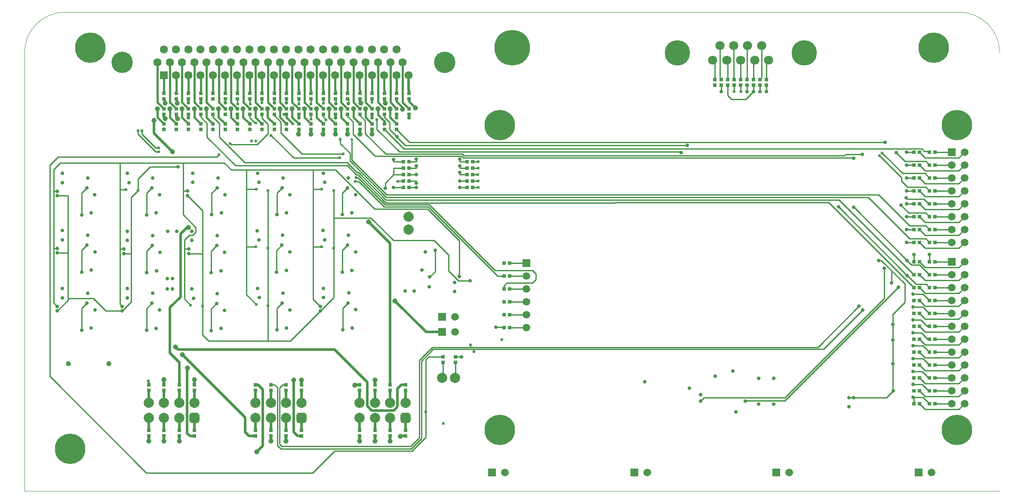
<source format=gbl>
%FSLAX25Y25*%
%MOIN*%
G70*
G01*
G75*
G04 Layer_Physical_Order=5*
G04 Layer_Color=16711680*
%ADD10R,0.02756X0.03150*%
%ADD11O,0.06890X0.01181*%
%ADD12R,0.12598X0.07874*%
%ADD13R,0.03150X0.02756*%
%ADD14R,0.05118X0.03150*%
%ADD15R,0.05906X0.02362*%
%ADD16O,0.08661X0.02362*%
%ADD17R,0.11000X0.02900*%
%ADD18C,0.01000*%
%ADD19C,0.02000*%
%ADD20C,0.03000*%
%ADD21C,0.01181*%
%ADD22C,0.01800*%
%ADD23C,0.00100*%
%ADD24C,0.07874*%
%ADD25R,0.05906X0.05906*%
%ADD26C,0.05906*%
%ADD27C,0.07087*%
%ADD28C,0.19685*%
%ADD29C,0.16535*%
%ADD30C,0.06299*%
%ADD31R,0.06299X0.06299*%
%ADD32C,0.27559*%
%ADD33C,0.23622*%
%ADD34R,0.05906X0.05906*%
G04:AMPARAMS|DCode=35|XSize=78.74mil|YSize=78.74mil|CornerRadius=19.69mil|HoleSize=0mil|Usage=FLASHONLY|Rotation=0.000|XOffset=0mil|YOffset=0mil|HoleType=Round|Shape=RoundedRectangle|*
%AMROUNDEDRECTD35*
21,1,0.07874,0.03937,0,0,0.0*
21,1,0.03937,0.07874,0,0,0.0*
1,1,0.03937,0.01969,-0.01969*
1,1,0.03937,-0.01969,-0.01969*
1,1,0.03937,-0.01969,0.01969*
1,1,0.03937,0.01969,0.01969*
%
%ADD35ROUNDEDRECTD35*%
%ADD36C,0.02362*%
%ADD37C,0.02756*%
%ADD38C,0.01969*%
%ADD39C,0.03937*%
%ADD40C,0.04000*%
%ADD41C,0.04000*%
%ADD42C,0.00787*%
%ADD43C,0.08331*%
%ADD44C,0.07543*%
%ADD45C,0.08685*%
%ADD46C,0.16520*%
%ADD47C,0.17779*%
%ADD48C,0.16205*%
G04:AMPARAMS|DCode=49|XSize=95.433mil|YSize=95.433mil|CornerRadius=0mil|HoleSize=0mil|Usage=FLASHONLY|Rotation=0.000|XOffset=0mil|YOffset=0mil|HoleType=Round|Shape=Relief|Width=10mil|Gap=10mil|Entries=4|*
%AMTHD49*
7,0,0,0.09543,0.07543,0.01000,45*
%
%ADD49THD49*%
%ADD50C,0.16598*%
%ADD51C,0.07937*%
%ADD52C,0.15811*%
%ADD53C,0.05181*%
G04:AMPARAMS|DCode=54|XSize=71.811mil|YSize=71.811mil|CornerRadius=0mil|HoleSize=0mil|Usage=FLASHONLY|Rotation=0.000|XOffset=0mil|YOffset=0mil|HoleType=Round|Shape=Relief|Width=10mil|Gap=10mil|Entries=4|*
%AMTHD54*
7,0,0,0.07181,0.05181,0.01000,45*
%
%ADD54THD54*%
%ADD55C,0.05969*%
G04:AMPARAMS|DCode=56|XSize=79.685mil|YSize=79.685mil|CornerRadius=0mil|HoleSize=0mil|Usage=FLASHONLY|Rotation=0.000|XOffset=0mil|YOffset=0mil|HoleType=Round|Shape=Relief|Width=10mil|Gap=10mil|Entries=4|*
%AMTHD56*
7,0,0,0.07969,0.05969,0.01000,45*
%
%ADD56THD56*%
%ADD57C,0.01772*%
D10*
X-434757Y-299295D02*
D03*
Y-294965D02*
D03*
X-444206Y-299295D02*
D03*
Y-294965D02*
D03*
X-233517Y-84063D02*
D03*
Y-79732D02*
D03*
X-228517Y-84063D02*
D03*
Y-79732D02*
D03*
X-223517Y-84063D02*
D03*
Y-79732D02*
D03*
X-218516Y-84063D02*
D03*
Y-79732D02*
D03*
X-213516Y-84063D02*
D03*
Y-79732D02*
D03*
X-208517Y-84063D02*
D03*
Y-79732D02*
D03*
X-203517Y-84063D02*
D03*
Y-79732D02*
D03*
X-198516Y-84063D02*
D03*
Y-79732D02*
D03*
X-193517Y-84063D02*
D03*
Y-79732D02*
D03*
X-637008Y-356264D02*
D03*
Y-351933D02*
D03*
Y-320831D02*
D03*
Y-316500D02*
D03*
X-648819Y-356264D02*
D03*
Y-351933D02*
D03*
Y-320831D02*
D03*
Y-316500D02*
D03*
X-660630Y-356264D02*
D03*
Y-351933D02*
D03*
Y-320831D02*
D03*
Y-316500D02*
D03*
X-672441Y-356264D02*
D03*
Y-351933D02*
D03*
Y-320831D02*
D03*
Y-316500D02*
D03*
X-554134Y-356264D02*
D03*
Y-351933D02*
D03*
Y-320831D02*
D03*
Y-316500D02*
D03*
X-565945Y-356264D02*
D03*
Y-351933D02*
D03*
Y-320831D02*
D03*
Y-316500D02*
D03*
X-577756Y-356264D02*
D03*
Y-351933D02*
D03*
Y-320831D02*
D03*
Y-316500D02*
D03*
X-589567Y-356264D02*
D03*
Y-351933D02*
D03*
Y-320831D02*
D03*
Y-316500D02*
D03*
X-473425Y-356264D02*
D03*
Y-351933D02*
D03*
Y-320831D02*
D03*
Y-316500D02*
D03*
X-485236Y-356264D02*
D03*
Y-351933D02*
D03*
Y-320831D02*
D03*
Y-316500D02*
D03*
X-497047Y-356264D02*
D03*
Y-351933D02*
D03*
Y-320831D02*
D03*
Y-316500D02*
D03*
X-508858Y-356264D02*
D03*
Y-351933D02*
D03*
Y-320831D02*
D03*
Y-316500D02*
D03*
X-660493Y-106791D02*
D03*
Y-102461D02*
D03*
Y-94980D02*
D03*
Y-90650D02*
D03*
X-651005Y-106791D02*
D03*
Y-102461D02*
D03*
Y-94980D02*
D03*
Y-90650D02*
D03*
X-641516Y-106791D02*
D03*
Y-102461D02*
D03*
Y-94980D02*
D03*
Y-90650D02*
D03*
X-632028Y-106791D02*
D03*
Y-102461D02*
D03*
Y-94980D02*
D03*
Y-90650D02*
D03*
X-622540Y-106791D02*
D03*
Y-102461D02*
D03*
Y-94980D02*
D03*
Y-90650D02*
D03*
X-613052Y-106791D02*
D03*
Y-102461D02*
D03*
Y-94980D02*
D03*
Y-90650D02*
D03*
X-603564Y-106791D02*
D03*
Y-102461D02*
D03*
Y-94980D02*
D03*
Y-90650D02*
D03*
X-594076Y-106791D02*
D03*
Y-102461D02*
D03*
Y-94980D02*
D03*
Y-90650D02*
D03*
X-584587Y-106791D02*
D03*
Y-102461D02*
D03*
Y-94980D02*
D03*
Y-90650D02*
D03*
X-575099Y-106791D02*
D03*
Y-102461D02*
D03*
Y-94980D02*
D03*
Y-90650D02*
D03*
X-565611Y-106791D02*
D03*
Y-102461D02*
D03*
Y-94980D02*
D03*
Y-90650D02*
D03*
X-556123Y-106791D02*
D03*
Y-102461D02*
D03*
Y-94980D02*
D03*
Y-90650D02*
D03*
X-546635Y-106791D02*
D03*
Y-102461D02*
D03*
Y-94980D02*
D03*
Y-90650D02*
D03*
X-537147Y-106791D02*
D03*
Y-102461D02*
D03*
Y-94980D02*
D03*
Y-90650D02*
D03*
X-527658Y-106791D02*
D03*
Y-102461D02*
D03*
Y-94980D02*
D03*
Y-90650D02*
D03*
X-518170Y-106791D02*
D03*
Y-102461D02*
D03*
Y-94980D02*
D03*
Y-90650D02*
D03*
X-508682Y-106791D02*
D03*
Y-102461D02*
D03*
Y-94980D02*
D03*
Y-90650D02*
D03*
X-499194Y-106791D02*
D03*
Y-102461D02*
D03*
Y-94980D02*
D03*
Y-90650D02*
D03*
X-489706Y-106791D02*
D03*
Y-102461D02*
D03*
Y-94980D02*
D03*
Y-90650D02*
D03*
X-480217Y-106791D02*
D03*
Y-102461D02*
D03*
Y-94980D02*
D03*
Y-90650D02*
D03*
X-470729Y-106791D02*
D03*
Y-102461D02*
D03*
Y-94980D02*
D03*
Y-90650D02*
D03*
X-660493Y-118602D02*
D03*
Y-114272D02*
D03*
X-651005Y-118602D02*
D03*
Y-114272D02*
D03*
X-641516Y-118602D02*
D03*
Y-114272D02*
D03*
X-632028Y-118602D02*
D03*
Y-114272D02*
D03*
X-622540Y-118602D02*
D03*
Y-114272D02*
D03*
X-613052Y-118602D02*
D03*
Y-114272D02*
D03*
X-603564Y-118602D02*
D03*
Y-114272D02*
D03*
X-594076Y-118602D02*
D03*
Y-114272D02*
D03*
X-584587Y-118602D02*
D03*
Y-114272D02*
D03*
X-575099Y-118602D02*
D03*
Y-114272D02*
D03*
X-565611Y-118602D02*
D03*
Y-114272D02*
D03*
X-556123Y-118602D02*
D03*
Y-114272D02*
D03*
X-546635Y-118602D02*
D03*
Y-114272D02*
D03*
X-537147Y-118602D02*
D03*
Y-114272D02*
D03*
X-527658Y-118602D02*
D03*
Y-114272D02*
D03*
X-518170Y-118602D02*
D03*
Y-114272D02*
D03*
X-508682Y-118602D02*
D03*
Y-114272D02*
D03*
X-499194Y-118602D02*
D03*
Y-114272D02*
D03*
X-489706Y-118602D02*
D03*
Y-114272D02*
D03*
X-480217Y-118602D02*
D03*
Y-114272D02*
D03*
D13*
X-396875Y-262090D02*
D03*
X-392544D02*
D03*
Y-222091D02*
D03*
X-396875D02*
D03*
X-392544Y-232090D02*
D03*
X-396875D02*
D03*
X-392544Y-242091D02*
D03*
X-396875D02*
D03*
X-392544Y-252091D02*
D03*
X-396875D02*
D03*
X-392544Y-272091D02*
D03*
X-396875D02*
D03*
X-79395Y-281106D02*
D03*
X-75064D02*
D03*
X-79395Y-271106D02*
D03*
X-75064D02*
D03*
X-79395Y-261106D02*
D03*
X-75064D02*
D03*
X-79395Y-251106D02*
D03*
X-75064D02*
D03*
X-79395Y-241106D02*
D03*
X-75064D02*
D03*
X-79395Y-231106D02*
D03*
X-75064D02*
D03*
X-67229Y-241106D02*
D03*
X-62898D02*
D03*
X-67229Y-231106D02*
D03*
X-62898D02*
D03*
X-67229Y-281106D02*
D03*
X-62898D02*
D03*
X-67229Y-271106D02*
D03*
X-62898D02*
D03*
X-67229Y-321106D02*
D03*
X-62898D02*
D03*
X-67229Y-311106D02*
D03*
X-62898D02*
D03*
X-425741Y-163587D02*
D03*
X-421410D02*
D03*
X-425741Y-153587D02*
D03*
X-421410D02*
D03*
X-425741Y-148587D02*
D03*
X-421410D02*
D03*
X-425741Y-143587D02*
D03*
X-421410D02*
D03*
X-79395Y-206106D02*
D03*
X-75064D02*
D03*
X-79395Y-196106D02*
D03*
X-75064D02*
D03*
X-79395Y-186106D02*
D03*
X-75064D02*
D03*
X-79395Y-176106D02*
D03*
X-75064D02*
D03*
X-79395Y-166106D02*
D03*
X-75064D02*
D03*
X-79395Y-156106D02*
D03*
X-75064D02*
D03*
X-79395Y-146106D02*
D03*
X-75064D02*
D03*
X-79395Y-136106D02*
D03*
X-75064D02*
D03*
X-67229Y-206106D02*
D03*
X-62898D02*
D03*
X-67229Y-196106D02*
D03*
X-62898D02*
D03*
X-67229Y-186106D02*
D03*
X-62898D02*
D03*
X-67229Y-176106D02*
D03*
X-62898D02*
D03*
X-67229Y-166106D02*
D03*
X-62898D02*
D03*
X-67229Y-156106D02*
D03*
X-62898D02*
D03*
X-67229Y-146106D02*
D03*
X-62898D02*
D03*
X-67229Y-136106D02*
D03*
X-62898D02*
D03*
X-475150Y-163587D02*
D03*
X-470820D02*
D03*
X-475150Y-153587D02*
D03*
X-470820D02*
D03*
X-475150Y-148587D02*
D03*
X-470820D02*
D03*
X-425741Y-158587D02*
D03*
X-421410D02*
D03*
X-475150D02*
D03*
X-470820D02*
D03*
X-475150Y-143587D02*
D03*
X-470820D02*
D03*
X-79395Y-331106D02*
D03*
X-75064D02*
D03*
X-67229D02*
D03*
X-62898D02*
D03*
X-67229Y-291106D02*
D03*
X-62898D02*
D03*
X-67229Y-251106D02*
D03*
X-62898D02*
D03*
X-67229Y-301106D02*
D03*
X-62898D02*
D03*
X-67229Y-261106D02*
D03*
X-62898D02*
D03*
X-79395Y-221106D02*
D03*
X-75064D02*
D03*
X-67229D02*
D03*
X-62898D02*
D03*
X-79395Y-301106D02*
D03*
X-75064D02*
D03*
X-79395Y-291106D02*
D03*
X-75064D02*
D03*
X-79395Y-311106D02*
D03*
X-75064D02*
D03*
X-79395Y-321106D02*
D03*
X-75064D02*
D03*
D18*
X-209576Y-95122D02*
X-203517Y-89063D01*
X-220536Y-95122D02*
X-209576D01*
X-223517Y-92142D02*
X-220536Y-95122D01*
X-223517Y-92142D02*
Y-84063D01*
X-218568Y-89217D02*
X-218516Y-89165D01*
Y-84063D01*
X-213516Y-89150D02*
X-213450Y-89217D01*
X-213516Y-89150D02*
Y-84063D01*
X-516428Y-142973D02*
X-488223Y-171177D01*
X-516428Y-142973D02*
Y-136928D01*
X-514828Y-142310D02*
X-487961Y-169177D01*
X-514828Y-142310D02*
Y-126028D01*
X-489040Y-164020D02*
Y-160083D01*
X-482564Y-153606D01*
X-488223Y-171177D02*
X-114646D01*
X-488525Y-173139D02*
X-311087D01*
X-510476Y-153450D02*
X-488587Y-175339D01*
X-511516Y-153450D02*
X-510476D01*
X-518566Y-144138D02*
X-510853Y-151850D01*
X-597898Y-144138D02*
X-518566D01*
X-509813Y-151850D02*
X-488525Y-173139D01*
X-510853Y-151850D02*
X-509813D01*
X-487961Y-169177D02*
X-106804D01*
X-518328Y-146638D02*
X-511516Y-153450D01*
X-604887Y-146638D02*
X-518328D01*
X-523981Y-129374D02*
X-516428Y-136928D01*
X-510457Y-155731D02*
X-489250Y-176939D01*
X-509669Y-158783D02*
X-489913Y-178539D01*
X-488587Y-175339D02*
X-311249D01*
X-489250Y-176939D02*
X-454861D01*
X-489913Y-178539D02*
X-455524D01*
X-478883Y-158587D02*
X-475150D01*
X-479198Y-158902D02*
X-478883Y-158587D01*
X-431167Y-143578D02*
X-431158Y-143587D01*
X-464875Y-160143D02*
Y-158587D01*
X-482564Y-153606D02*
Y-148606D01*
X-482741Y-143429D02*
X-482564Y-143606D01*
X-470820Y-163587D02*
X-464875D01*
X-556123Y-98512D02*
X-555969Y-98665D01*
X-556123Y-98512D02*
Y-94980D01*
X-594158Y-98665D02*
X-593765D01*
X-594158D02*
X-594076Y-98583D01*
Y-94980D01*
X-546521Y-110476D02*
X-546127Y-110870D01*
X-546635Y-109575D02*
Y-106791D01*
X-534920Y-111054D02*
X-534893D01*
X-537147Y-108827D02*
X-534920Y-111054D01*
X-537147Y-108827D02*
Y-106791D01*
X-546830Y-98976D02*
X-546521Y-98666D01*
X-546831Y-98976D02*
X-546830D01*
X-546831D02*
X-546521Y-98665D01*
X-546635Y-98551D02*
X-546521Y-98665D01*
X-546635Y-98551D02*
Y-94980D01*
X-537147Y-98197D02*
X-537072Y-98272D01*
X-537147Y-98197D02*
Y-94980D01*
X-421410Y-163587D02*
X-417032D01*
X-421410Y-158587D02*
X-417072D01*
X-421410Y-153587D02*
X-417190D01*
X-421410Y-148587D02*
X-417072D01*
X-421410Y-143587D02*
X-417032D01*
X-584587Y-94980D02*
X-584513Y-95055D01*
Y-97681D02*
Y-95055D01*
X-577524Y-123075D02*
X-560005Y-140594D01*
X-524276D01*
X-512264Y-158783D02*
X-509669D01*
X-455524Y-178539D02*
X-401972Y-232090D01*
X-396875D01*
X-575099Y-107612D02*
Y-106791D01*
Y-107612D02*
X-570044Y-112667D01*
Y-121303D02*
Y-112667D01*
Y-121303D02*
X-553706Y-137642D01*
X-521717D01*
X-511575Y-155731D02*
X-510457D01*
X-454861Y-176939D02*
X-404099Y-227701D01*
X-375064D01*
X-372210Y-230555D01*
Y-234689D02*
Y-230555D01*
X-374867Y-237347D02*
X-372210Y-234689D01*
X-394749Y-237347D02*
X-374867D01*
X-396875Y-239472D02*
X-394749Y-237347D01*
X-396875Y-242091D02*
Y-239472D01*
X-420635Y-288947D02*
X-149400D01*
X-451861D02*
X-420635D01*
X-420438Y-289143D01*
Y-290988D02*
Y-289143D01*
X-422898Y-287347D02*
X-153706D01*
X-452523D02*
X-422898D01*
Y-285476D01*
X-422997Y-285378D02*
X-422898Y-285476D01*
X-584587Y-109713D02*
Y-106791D01*
Y-109713D02*
X-579887Y-114413D01*
X-617977Y-138134D02*
Y-138035D01*
X-619749Y-139906D02*
X-617977Y-138134D01*
X-742780Y-139906D02*
X-619749D01*
X-749080Y-146205D02*
X-742780Y-139906D01*
X-749080Y-309984D02*
Y-146205D01*
Y-309984D02*
X-674276Y-384787D01*
X-545439D01*
X-528310Y-367659D01*
X-468271D01*
X-455616Y-294965D02*
X-444206D01*
X-569316Y-364059D02*
X-469197D01*
X-79966Y-266106D02*
X-73961D01*
X-68961Y-271106D01*
X-153706Y-287347D02*
X-121914Y-255555D01*
X-68961Y-271106D02*
X-67229D01*
X-79966Y-276106D02*
X-73804D01*
X-68804Y-281106D01*
X-149400Y-288947D02*
X-118961Y-258508D01*
X-68804Y-281106D02*
X-67229D01*
X-68891D02*
X-68804D01*
X-469197Y-364059D02*
X-462589Y-357451D01*
Y-297412D01*
X-468934Y-366059D02*
X-460989Y-358114D01*
Y-298075D01*
X-462589Y-297412D02*
X-452523Y-287347D01*
X-460989Y-298075D02*
X-451861Y-288947D01*
X-434757Y-294965D02*
X-434717Y-294925D01*
X-430084D01*
X-499194Y-97500D02*
Y-94980D01*
X-499276Y-97583D02*
X-499194Y-97500D01*
X-495540Y-110972D02*
X-495536Y-110968D01*
X-495540Y-118453D02*
Y-110972D01*
X-489706Y-109024D02*
Y-106791D01*
Y-109024D02*
X-485587Y-113142D01*
X-70694Y-152642D02*
X-67229Y-156106D01*
X-103833Y-136785D02*
X-87977Y-152642D01*
X-70694D01*
X-680782Y-122141D02*
Y-119335D01*
X-105928Y-138880D02*
X-89139Y-155669D01*
X-70107Y-163228D02*
X-67229Y-166106D01*
X-84406Y-163228D02*
X-70107D01*
X-89139Y-158496D02*
Y-155669D01*
Y-158496D02*
X-84406Y-163228D01*
X-677820Y-121992D02*
Y-119335D01*
X-666894Y-132917D02*
X-664631D01*
X-667043Y-135880D02*
X-664631D01*
X-680782Y-122141D02*
X-667043Y-135880D01*
X-677820Y-121992D02*
X-666894Y-132917D01*
X-311249Y-175339D02*
X-311087Y-175177D01*
X-145324D02*
X-79395Y-241106D01*
X-311087Y-175177D02*
X-145324D01*
X-137324Y-173177D02*
X-79395Y-231106D01*
X-311087Y-173177D02*
X-137324D01*
X-627170Y-124354D02*
X-604887Y-146638D01*
X-617682Y-124354D02*
X-597898Y-144138D01*
X-627170Y-124354D02*
Y-113794D01*
X-632028Y-108936D02*
X-627170Y-113794D01*
X-632028Y-108936D02*
Y-106791D01*
X-617682Y-124354D02*
Y-113794D01*
X-622540Y-108936D02*
X-617682Y-113794D01*
X-622540Y-108936D02*
Y-106791D01*
X-556123Y-109622D02*
Y-106791D01*
X-508682Y-107612D02*
Y-106791D01*
Y-107612D02*
X-504591Y-111702D01*
Y-121697D02*
Y-111702D01*
X-518170Y-108512D02*
Y-106791D01*
Y-108512D02*
X-514040Y-112642D01*
X-565611Y-97811D02*
Y-94980D01*
X-523981Y-129374D02*
Y-126028D01*
X-514040Y-121992D02*
Y-112642D01*
X-517773Y-98402D02*
Y-95377D01*
X-527261Y-98402D02*
Y-95377D01*
X-126048Y-140890D02*
X-125950D01*
X-89521Y-177012D02*
X-83304Y-183228D01*
X-89521Y-177012D02*
X-89237D01*
X-85190Y-171500D02*
X-84363Y-172327D01*
X-474680Y-133628D02*
X-73033D01*
X-489706Y-118602D02*
X-474680Y-133628D01*
X-73033D02*
X-71256Y-135406D01*
X-466702Y-128405D02*
X-101587D01*
X-470414D02*
X-466702D01*
X-480217Y-118602D02*
X-470414Y-128405D01*
X-473587Y-130905D02*
X-255087D01*
X-71256Y-135406D02*
X-67930D01*
X-67229Y-136106D01*
X-93087Y-136406D02*
X-86265Y-143228D01*
X-575099Y-97811D02*
Y-94980D01*
X-613052Y-97811D02*
Y-94980D01*
X-572582Y-363621D02*
Y-318667D01*
X-574749Y-316500D02*
X-572582Y-318667D01*
X-577756Y-316500D02*
X-574749D01*
X-568686D02*
X-565945D01*
X-570982Y-318796D02*
X-568686Y-316500D01*
X-570144Y-366059D02*
X-468934D01*
X-572582Y-363621D02*
X-570144Y-366059D01*
X-570982Y-362393D02*
Y-318796D01*
Y-362393D02*
X-569316Y-364059D01*
X-673918Y-229445D02*
Y-212713D01*
X-669784Y-208579D01*
X-623918Y-229445D02*
Y-212713D01*
X-619784Y-208579D01*
X-623524Y-184563D02*
Y-167831D01*
X-619390Y-163697D01*
X-573131Y-184563D02*
Y-167831D01*
X-568997Y-163697D01*
X-623918Y-274327D02*
Y-257594D01*
X-619784Y-253461D01*
X-573131Y-273933D02*
Y-257201D01*
X-568997Y-253067D01*
X-573292Y-229177D02*
Y-212445D01*
X-569158Y-208311D01*
X-674080Y-184689D02*
Y-167957D01*
X-669946Y-163823D01*
X-724473Y-184689D02*
Y-167957D01*
X-720339Y-163823D01*
X-724312Y-228992D02*
Y-212260D01*
X-720178Y-208126D01*
X-724312Y-273992D02*
Y-257260D01*
X-720178Y-253126D01*
X-522343Y-184563D02*
Y-167831D01*
X-518209Y-163697D01*
X-522111Y-273862D02*
Y-257130D01*
X-517977Y-252996D01*
X-522343Y-229051D02*
Y-212319D01*
X-518209Y-208185D01*
X-674080Y-274059D02*
Y-257327D01*
X-669946Y-253193D01*
X-450359Y-228835D02*
Y-212102D01*
X-454493Y-232968D02*
X-450359Y-228835D01*
X-193517Y-89063D02*
Y-84063D01*
X-86481Y-252602D02*
Y-238271D01*
X-104630Y-220122D02*
X-86481Y-238271D01*
X-84700Y-220309D02*
X-81425Y-223584D01*
X-126064Y-178945D02*
X-125689D01*
X-84513Y-220122D01*
X-84375Y-231795D02*
X-77542Y-238628D01*
X-84513Y-231933D02*
Y-231658D01*
X-137564Y-178606D02*
X-84513Y-231658D01*
X-95536Y-300205D02*
Y-281771D01*
Y-320944D02*
Y-300205D01*
X-129788Y-326421D02*
X-100620D01*
X-95339Y-321141D01*
X-95536Y-320944D02*
X-95339Y-321141D01*
X-95536Y-281771D02*
Y-269960D01*
Y-261658D02*
X-86481Y-252602D01*
X-95536Y-269960D02*
Y-261658D01*
X-96521Y-237479D02*
Y-228429D01*
X-106791Y-220122D02*
X-104630D01*
X-102229Y-249355D02*
Y-226028D01*
X-179295Y-326421D02*
X-102229Y-249355D01*
X-241993Y-326421D02*
X-179295D01*
X-244572Y-329000D02*
X-241993Y-326421D01*
X-179476Y-328865D02*
X-91402Y-240791D01*
X-209751Y-328865D02*
X-179476D01*
X-209887Y-329000D02*
X-209751Y-328865D01*
X-392544Y-222091D02*
X-379710D01*
X-392544Y-232090D02*
X-379710D01*
X-392544Y-242091D02*
X-379710D01*
X-392544Y-252091D02*
X-379710D01*
X-392544Y-262090D02*
X-379710D01*
X-392544Y-272091D02*
X-379710D01*
X-397036Y-271929D02*
X-396875Y-272091D01*
X-403402Y-271929D02*
X-397036D01*
X-482564Y-163606D02*
X-475170D01*
X-80064Y-326106D02*
X-79395Y-326776D01*
Y-331106D02*
Y-326776D01*
X-68064Y-311106D02*
X-67229D01*
X-73064Y-306106D02*
X-68064Y-311106D01*
X-79966Y-306106D02*
X-73064D01*
X-68064Y-321106D02*
X-67229D01*
X-73064Y-316106D02*
X-68064Y-321106D01*
X-79966Y-316106D02*
X-73064D01*
X-198516Y-89063D02*
Y-84063D01*
X-203517Y-89063D02*
Y-84063D01*
X-81425Y-223584D02*
X-74849D01*
X-67326Y-231106D01*
X-67229D01*
X-79395Y-221106D02*
Y-215437D01*
X-77542Y-238628D02*
X-69707D01*
X-67229Y-241106D01*
X-482564Y-153606D02*
X-475170D01*
X-482564Y-148606D02*
X-475170D01*
X-482564Y-143606D02*
X-475170D01*
X-475150Y-143587D01*
X-72326Y-326106D02*
X-67326Y-331106D01*
X-80064Y-326106D02*
X-72326D01*
Y-296106D02*
X-67326Y-301106D01*
X-80064Y-296106D02*
X-72326D01*
Y-286106D02*
X-67326Y-291106D01*
X-80064Y-286106D02*
X-72326D01*
Y-256106D02*
X-67326Y-261106D01*
X-80064Y-256106D02*
X-72326D01*
X-80064Y-246106D02*
X-72326D01*
X-67326Y-251106D01*
X-67229D01*
Y-221106D02*
Y-215437D01*
X-208517Y-89063D02*
Y-84063D01*
X-228517Y-89063D02*
Y-84063D01*
X-193517Y-66186D02*
X-192009Y-64679D01*
X-193517Y-79732D02*
Y-66186D01*
X-197409Y-78625D02*
Y-53479D01*
X-198516Y-79732D02*
X-197409Y-78625D01*
X-203517Y-79732D02*
Y-65386D01*
X-202810Y-64679D01*
X-208517Y-53786D02*
X-208209Y-53479D01*
X-208517Y-79732D02*
Y-53786D01*
X-213610Y-79639D02*
X-213516Y-79732D01*
X-213610Y-79639D02*
Y-64679D01*
X-219009Y-79239D02*
X-218516Y-79732D01*
X-219009Y-79239D02*
Y-53479D01*
X-223517Y-79732D02*
Y-65572D01*
X-224410Y-64679D02*
X-223517Y-65572D01*
X-229809Y-78439D02*
Y-53479D01*
Y-78439D02*
X-228517Y-79732D01*
X-233517D02*
Y-66372D01*
X-235209Y-64679D02*
X-233517Y-66372D01*
X-85150Y-206106D02*
X-79395D01*
X-85150Y-196106D02*
X-79395D01*
X-82595Y-203228D02*
X-70107D01*
X-114646Y-171177D02*
X-82595Y-203228D01*
X-85150Y-186106D02*
X-79395D01*
X-82753Y-193228D02*
X-70107D01*
X-106804Y-169177D02*
X-82753Y-193228D01*
X-85150Y-176106D02*
X-79395D01*
X-83304Y-183228D02*
X-70107D01*
X-85150Y-166106D02*
X-79395D01*
X-84363Y-172327D02*
X-71672D01*
X-85150Y-156106D02*
X-79395D01*
X-85150Y-146106D02*
X-79395D01*
X-85544Y-136500D02*
X-85150Y-136106D01*
X-79395D01*
X-70107Y-203228D02*
X-67229Y-206106D01*
X-70107Y-193228D02*
X-67229Y-196106D01*
X-70107Y-183228D02*
X-67229Y-186106D01*
X-71672Y-172327D02*
X-67892Y-176106D01*
X-67229D01*
X-86265Y-143228D02*
X-70107D01*
X-67229Y-146106D01*
X-434757Y-310445D02*
Y-299295D01*
X-444828Y-311067D02*
X-444206Y-310445D01*
Y-299295D01*
X-431158Y-163587D02*
X-425213D01*
X-431158Y-158587D02*
X-425213D01*
X-431158Y-153587D02*
X-425213D01*
X-431158Y-148587D02*
X-425213D01*
X-431158Y-143587D02*
X-425213D01*
X-470820Y-158587D02*
X-464875D01*
X-470820Y-153587D02*
X-464875D01*
X-470820Y-148587D02*
X-464875D01*
X-70611Y-335559D02*
X-44517D01*
X-75064Y-331106D02*
X-70611Y-335559D01*
X-44517D02*
X-40064Y-331106D01*
X-62898D02*
X-50064D01*
X-70611Y-325559D02*
X-44517D01*
X-75064Y-321106D02*
X-70611Y-325559D01*
X-44517D02*
X-40064Y-321106D01*
X-62898D02*
X-50064D01*
X-70611Y-315559D02*
X-44517D01*
X-75064Y-311106D02*
X-70611Y-315559D01*
X-44517D02*
X-40064Y-311106D01*
X-62898D02*
X-50064D01*
X-70611Y-305559D02*
X-44517D01*
X-75064Y-301106D02*
X-70611Y-305559D01*
X-44517D02*
X-40064Y-301106D01*
X-62898D02*
X-50064D01*
X-70611Y-295559D02*
X-44517D01*
X-75064Y-291106D02*
X-70611Y-295559D01*
X-44517D02*
X-40064Y-291106D01*
X-62898D02*
X-50064D01*
X-70611Y-285559D02*
X-44517D01*
X-75064Y-281106D02*
X-70611Y-285559D01*
X-44517D02*
X-40064Y-281106D01*
X-62898D02*
X-50064D01*
X-70611Y-275559D02*
X-44517D01*
X-75064Y-271106D02*
X-70611Y-275559D01*
X-44517D02*
X-40064Y-271106D01*
X-62898D02*
X-50064D01*
X-70611Y-265559D02*
X-44517D01*
X-75064Y-261106D02*
X-70611Y-265559D01*
X-44517D02*
X-40064Y-261106D01*
X-62898D02*
X-50064D01*
X-70611Y-255559D02*
X-44517D01*
X-75064Y-251106D02*
X-70611Y-255559D01*
X-44517D02*
X-40064Y-251106D01*
X-62898D02*
X-50064D01*
X-70611Y-245559D02*
X-44517D01*
X-75064Y-241106D02*
X-70611Y-245559D01*
X-44517D02*
X-40064Y-241106D01*
X-62898D02*
X-50064D01*
X-70611Y-235559D02*
X-44517D01*
X-75064Y-231106D02*
X-70611Y-235559D01*
X-44517D02*
X-40064Y-231106D01*
X-62898D02*
X-50064D01*
X-70611Y-225559D02*
X-44517D01*
X-75064Y-221106D02*
X-70611Y-225559D01*
X-44517D02*
X-40064Y-221106D01*
X-62898D02*
X-50064D01*
X-62898Y-206106D02*
X-50064D01*
X-44517Y-210559D02*
X-40064Y-206106D01*
X-75064D02*
X-70611Y-210559D01*
X-44517D01*
X-62898Y-196106D02*
X-50064D01*
X-44517Y-200559D02*
X-40064Y-196106D01*
X-75064D02*
X-70611Y-200559D01*
X-44517D01*
X-62898Y-186106D02*
X-50064D01*
X-44517Y-190559D02*
X-40064Y-186106D01*
X-75064D02*
X-70611Y-190559D01*
X-44517D01*
X-62898Y-176106D02*
X-50064D01*
X-44517Y-180559D02*
X-40064Y-176106D01*
X-75064D02*
X-70611Y-180559D01*
X-44517D01*
X-62898Y-166106D02*
X-50064D01*
X-44517Y-170559D02*
X-40064Y-166106D01*
X-75064D02*
X-70611Y-170559D01*
X-44517D01*
X-62898Y-156106D02*
X-50064D01*
X-44517Y-160559D02*
X-40064Y-156106D01*
X-75064D02*
X-70611Y-160559D01*
X-44517D01*
X-62898Y-146106D02*
X-50064D01*
X-44517Y-150559D02*
X-40064Y-146106D01*
X-75064D02*
X-70611Y-150559D01*
X-44517D01*
X-70611Y-140559D02*
X-44517D01*
X-75064Y-136106D02*
X-70611Y-140559D01*
X-44517D02*
X-40064Y-136106D01*
X-62898D02*
X-50064D01*
X-746127Y-252768D02*
X-743209Y-255685D01*
X-746127Y-149453D02*
X-741009Y-144335D01*
X-694552Y-254177D02*
X-692977Y-255752D01*
X-741009Y-144335D02*
X-694552D01*
Y-211264D02*
X-691599D01*
X-694552Y-254177D02*
Y-211264D01*
X-694391Y-165040D02*
X-689989D01*
X-694552Y-165201D02*
X-694391Y-165040D01*
X-694552Y-211264D02*
Y-165201D01*
Y-144335D01*
X-746127Y-166382D02*
X-743371D01*
X-746127D02*
Y-149453D01*
X-745942Y-210685D02*
X-743209D01*
X-746127Y-210870D02*
X-745942Y-210685D01*
X-746127Y-252768D02*
Y-210870D01*
Y-166382D01*
X-644552Y-249953D02*
X-639828Y-254678D01*
X-635890Y-198272D02*
Y-194335D01*
X-645733Y-184492D02*
X-635890Y-194335D01*
X-694552Y-144335D02*
X-645733D01*
X-645607Y-166256D02*
X-642422D01*
X-645733Y-166382D02*
X-645607Y-166256D01*
X-645733Y-184492D02*
Y-166382D01*
Y-144335D01*
X-644552Y-211264D02*
X-641206D01*
X-644552Y-249953D02*
Y-211264D01*
Y-204177D01*
X-641009Y-200634D01*
X-638253D01*
X-635890Y-198272D01*
X-596521Y-246804D02*
X-589040Y-254284D01*
X-596360Y-209528D02*
X-589202D01*
X-596521Y-209689D02*
X-596360Y-209528D01*
X-596521Y-246804D02*
Y-209689D01*
X-596234Y-164914D02*
X-589040D01*
X-596521Y-165201D02*
X-596234Y-164914D01*
X-596521Y-209689D02*
Y-165201D01*
X-645733Y-144335D02*
X-613843D01*
X-608331Y-149846D01*
X-596521Y-165201D02*
Y-149846D01*
X-608331D02*
X-596521D01*
X-544946Y-250134D02*
X-539398Y-255681D01*
X-544839Y-209402D02*
X-538253D01*
X-544946Y-209295D02*
X-544839Y-209402D01*
X-544946Y-250134D02*
Y-209295D01*
X-596521Y-149846D02*
X-544946D01*
X-544839Y-164914D02*
X-538253D01*
X-544946Y-164807D02*
X-544839Y-164914D01*
X-544946Y-209295D02*
Y-164807D01*
Y-149846D01*
X-431560Y-232327D02*
Y-204766D01*
X-456187Y-180139D02*
X-431560Y-204766D01*
X-497331Y-180139D02*
X-456187D01*
X-527542Y-149927D02*
X-497331Y-180139D01*
X-544865Y-149927D02*
X-527542D01*
X-544946Y-149846D02*
X-544865Y-149927D01*
X-743209Y-259228D02*
X-735103Y-251122D01*
X-743001Y-214020D02*
X-735103D01*
X-743209Y-214228D02*
X-743001Y-214020D01*
X-743371Y-169925D02*
X-735103D01*
Y-214020D02*
Y-169925D01*
X-692977Y-259295D02*
X-685890Y-252209D01*
Y-171097D02*
X-680782Y-165988D01*
X-691599Y-214807D02*
X-685891D01*
X-685890Y-214807D01*
Y-252209D02*
Y-214807D01*
Y-171097D01*
X-642422Y-169799D02*
X-630620Y-181601D01*
X-641206Y-214807D02*
X-631014D01*
X-630620Y-215201D01*
Y-255626D02*
Y-215201D01*
Y-181601D01*
X-579833Y-255232D02*
Y-210638D01*
X-579994Y-210476D02*
X-579833Y-210638D01*
X-579994Y-210476D02*
Y-166024D01*
X-579833Y-165862D01*
X-539398Y-259224D02*
X-529046Y-248872D01*
Y-210350D01*
X-705576Y-259295D02*
X-692977D01*
X-715418Y-249453D02*
X-705576Y-259295D01*
X-734710Y-249453D02*
X-715418D01*
X-735103Y-249847D02*
X-734710Y-249453D01*
X-735103Y-251122D02*
Y-249847D01*
Y-214020D01*
X-562698Y-282524D02*
X-539398Y-259224D01*
X-630620Y-277951D02*
Y-255626D01*
Y-277951D02*
X-626048Y-282524D01*
X-579833Y-282282D02*
Y-255232D01*
Y-282282D02*
X-579591Y-282524D01*
X-626048D02*
X-579591D01*
X-562698D01*
X-432347Y-235673D02*
X-423292D01*
X-439828Y-228193D02*
X-432347Y-235673D01*
X-439828Y-228193D02*
Y-215988D01*
X-451245Y-204571D02*
X-439828Y-215988D01*
X-482741Y-204571D02*
X-451245D01*
X-529046Y-210350D02*
Y-165862D01*
Y-187041D02*
X-500271D01*
X-482741Y-204571D01*
X-671324Y-147484D02*
X-649670D01*
X-680782Y-165988D02*
Y-156942D01*
X-671324Y-147484D01*
X-603564Y-98583D02*
Y-94980D01*
X-603647Y-98665D02*
X-603564Y-98583D01*
X-603647Y-98665D02*
X-603253D01*
X-594076Y-109378D02*
Y-106791D01*
Y-109378D02*
X-589828Y-113626D01*
X-589434D01*
X-480111Y-124382D02*
X-473587Y-130905D01*
X-485587Y-118654D02*
Y-113142D01*
Y-118654D02*
X-479985Y-124256D01*
X-567638Y-106791D02*
X-565611D01*
X-567780Y-106934D02*
X-567638Y-106791D01*
X-431167Y-151816D02*
X-431158Y-151824D01*
Y-153587D02*
Y-151824D01*
X-431166Y-146697D02*
X-431158Y-146705D01*
Y-148587D02*
Y-146705D01*
X-431167Y-141579D02*
X-431166Y-141579D01*
X-431167Y-143578D02*
Y-141579D01*
X-495540Y-118453D02*
X-478092Y-135901D01*
X-504591Y-121697D02*
X-488787Y-137501D01*
X-132052Y-137740D02*
X-119450D01*
X-133195Y-138883D02*
X-132052Y-137740D01*
X-428094Y-138883D02*
X-133195D01*
X-126454Y-140483D02*
X-126048Y-140890D01*
X-428757Y-140483D02*
X-126454D01*
X-514040Y-121992D02*
X-496932Y-139101D01*
X-470820Y-143587D02*
X-464875D01*
X-465025Y-143437D02*
X-464875Y-143587D01*
X-465024Y-146697D02*
X-464875Y-146846D01*
Y-148587D02*
Y-146846D01*
X-260172Y-135901D02*
X-259667Y-136406D01*
X-429477Y-137501D02*
X-428094Y-138883D01*
X-430140Y-139101D02*
X-428757Y-140483D01*
X-478092Y-135901D02*
X-260172D01*
X-465025Y-143437D02*
Y-141580D01*
X-488787Y-137501D02*
X-429477D01*
X-496932Y-139101D02*
X-430140D01*
X-482741Y-141973D02*
X-482741Y-141972D01*
X-482741Y-143429D02*
Y-141973D01*
X-609217Y-129472D02*
X-608528Y-130161D01*
X-588253D01*
X-579887Y-121795D01*
Y-114413D01*
X-468271Y-367659D02*
X-457677Y-357065D01*
Y-297026D02*
X-455616Y-294965D01*
X-457677Y-337598D02*
Y-297026D01*
Y-357065D02*
Y-337598D01*
D19*
X-489706Y-97429D02*
Y-94980D01*
Y-97429D02*
X-488863Y-98272D01*
X-668272Y-121598D02*
X-653902Y-135968D01*
X-653902D01*
X-518213Y-122287D02*
X-518170Y-122244D01*
Y-118602D01*
X-457347Y-275634D02*
X-445143D01*
X-481560Y-251421D02*
X-457347Y-275634D01*
X-508682Y-97429D02*
X-507839Y-98272D01*
X-508682Y-97429D02*
Y-94980D01*
X-499194Y-122244D02*
Y-118602D01*
X-499237Y-122287D02*
X-499194Y-122244D01*
X-508682D02*
Y-118602D01*
X-508725Y-122287D02*
X-508682Y-122244D01*
X-518170D02*
Y-118602D01*
X-518213Y-122287D02*
X-518170Y-122244D01*
X-527658D02*
Y-118602D01*
X-527702Y-122287D02*
X-527658Y-122244D01*
X-537147D02*
Y-118602D01*
X-537190Y-122287D02*
X-537147Y-122244D01*
X-546635D02*
Y-118602D01*
X-546678Y-122287D02*
X-546635Y-122244D01*
X-556166Y-122287D02*
X-556123Y-122244D01*
Y-118602D01*
X-668272Y-121598D02*
Y-111559D01*
X-660132Y-97828D02*
X-659712Y-98248D01*
X-660132Y-97828D02*
Y-95341D01*
X-660493Y-94980D02*
X-660132Y-95341D01*
X-650095Y-110128D02*
Y-109966D01*
X-651005Y-109056D02*
X-650095Y-109966D01*
X-651005Y-109056D02*
Y-106791D01*
X-660493Y-109279D02*
X-659712Y-110060D01*
X-660493Y-109279D02*
Y-106791D01*
X-650644Y-97768D02*
X-650164Y-98248D01*
X-650644Y-97768D02*
Y-95341D01*
X-651005Y-94980D02*
X-650644Y-95341D01*
X-470883Y-87915D02*
Y-76512D01*
Y-87915D02*
X-470729Y-88068D01*
Y-90650D02*
Y-88068D01*
X-485236Y-360048D02*
Y-356264D01*
Y-360048D02*
X-485202Y-360083D01*
X-497047Y-360048D02*
Y-356264D01*
Y-360048D02*
X-497013Y-360083D01*
X-672441Y-360048D02*
Y-356264D01*
Y-360048D02*
X-672406Y-360083D01*
X-660630Y-360048D02*
Y-356264D01*
Y-360048D02*
X-660595Y-360083D01*
X-648819Y-360048D02*
Y-356264D01*
Y-360048D02*
X-648784Y-360083D01*
X-577756Y-360048D02*
Y-356264D01*
Y-360048D02*
X-577721Y-360083D01*
X-565945Y-360048D02*
X-565910Y-360083D01*
X-565945Y-360048D02*
Y-356264D01*
X-554134Y-312775D02*
X-554099Y-312740D01*
X-554134Y-316500D02*
Y-312775D01*
X-503115Y-332819D02*
Y-314413D01*
Y-332819D02*
X-499572Y-336362D01*
X-482446D01*
X-479690Y-333606D02*
Y-319531D01*
X-482446Y-336362D02*
X-479690Y-333606D01*
X-476658Y-316500D02*
X-473425D01*
X-479690Y-319531D02*
X-476658Y-316500D01*
X-528410Y-289118D02*
X-503115Y-314413D01*
X-559916Y-353183D02*
X-559906Y-353172D01*
Y-312839D01*
X-556836Y-356264D02*
X-554134D01*
X-559916Y-353183D02*
X-556836Y-356264D01*
X-637008Y-312775D02*
X-636875Y-312642D01*
X-637008Y-316500D02*
Y-312775D01*
X-588745Y-368350D02*
X-588647D01*
X-584030Y-363734D01*
X-642584Y-303488D02*
X-642485Y-303390D01*
X-642584Y-304768D02*
Y-303488D01*
Y-304768D02*
X-642545Y-304806D01*
Y-354117D02*
Y-304806D01*
Y-354117D02*
X-640398Y-356264D01*
X-637008D01*
X-647800Y-199354D02*
X-641796Y-193350D01*
X-647800Y-248468D02*
Y-199354D01*
X-655969Y-256638D02*
X-647800Y-248468D01*
X-655969Y-291972D02*
Y-256638D01*
Y-291972D02*
X-648819Y-299123D01*
Y-316500D02*
Y-299123D01*
X-649768Y-289118D02*
X-528410D01*
X-651737Y-287150D02*
X-649768Y-289118D01*
X-594631Y-356264D02*
X-589567D01*
X-597800Y-353095D02*
X-594631Y-356264D01*
X-597800Y-353095D02*
Y-341763D01*
X-646325Y-293238D02*
X-597800Y-341763D01*
X-660630Y-316500D02*
X-660595Y-316465D01*
Y-312642D01*
X-584030Y-363734D02*
Y-320014D01*
X-587544Y-316500D02*
X-584030Y-320014D01*
X-589567Y-316500D02*
X-587544D01*
X-508858Y-360048D02*
Y-356264D01*
Y-360048D02*
X-508824Y-360083D01*
X-477229Y-356343D02*
X-477150Y-356264D01*
X-473425D01*
X-485236Y-316500D02*
Y-206898D01*
X-501835Y-190299D02*
X-485236Y-206898D01*
X-497111Y-312740D02*
X-497047Y-312804D01*
Y-316500D02*
Y-312804D01*
X-512761Y-316677D02*
X-512583Y-316500D01*
X-508858D01*
X-672441Y-351933D02*
Y-342287D01*
X-660630Y-351933D02*
Y-342287D01*
X-648819Y-351933D02*
Y-342287D01*
X-637008Y-351933D02*
Y-342287D01*
X-589567Y-351933D02*
Y-342287D01*
X-577756Y-351933D02*
Y-342287D01*
X-565945Y-351933D02*
Y-342287D01*
X-554134Y-351933D02*
Y-342287D01*
X-508858Y-351933D02*
Y-342287D01*
X-497047Y-351933D02*
Y-342287D01*
X-485236Y-351933D02*
Y-342287D01*
X-473425Y-351933D02*
Y-342287D01*
X-672441Y-330487D02*
Y-320831D01*
X-660630Y-330487D02*
Y-320831D01*
X-648819Y-330487D02*
Y-320831D01*
X-637008Y-330487D02*
Y-320831D01*
X-589567Y-330487D02*
Y-320831D01*
X-577756Y-330487D02*
Y-320831D01*
X-565945Y-330487D02*
Y-320831D01*
X-554134Y-330487D02*
Y-320831D01*
X-508858Y-330487D02*
Y-320831D01*
X-497047Y-330487D02*
Y-320831D01*
X-485236Y-330487D02*
Y-320831D01*
X-473425Y-330487D02*
Y-320831D01*
D21*
X-672587Y-313405D02*
X-672441Y-313552D01*
Y-316500D02*
Y-313552D01*
D22*
X-489706Y-114272D02*
Y-112272D01*
X-494816Y-107161D02*
X-489706Y-112272D01*
X-494816Y-107161D02*
Y-102571D01*
X-632028Y-97811D02*
Y-94980D01*
X-641516Y-97811D02*
Y-94980D01*
X-499194Y-109622D02*
Y-106791D01*
X-603564Y-109622D02*
Y-106791D01*
X-504229Y-97425D02*
Y-66512D01*
Y-97425D02*
X-499194Y-102461D01*
X-494741Y-97425D02*
X-489706Y-102461D01*
X-475587Y-102406D02*
Y-101587D01*
X-480217Y-96957D02*
X-475587Y-101587D01*
X-480217Y-96957D02*
Y-94980D01*
X-480371Y-87915D02*
Y-76512D01*
Y-87915D02*
X-480217Y-88068D01*
Y-90650D02*
Y-88068D01*
X-489859Y-87915D02*
Y-76512D01*
Y-87915D02*
X-489706Y-88068D01*
Y-90650D02*
Y-88068D01*
X-499465Y-87797D02*
Y-76512D01*
Y-87797D02*
X-499194Y-88068D01*
Y-90650D02*
Y-88068D01*
X-508954Y-87797D02*
Y-76512D01*
Y-87797D02*
X-508682Y-88068D01*
Y-90650D02*
Y-88068D01*
X-518442Y-87797D02*
Y-76512D01*
Y-87797D02*
X-518170Y-88068D01*
Y-90650D02*
Y-88068D01*
X-527930Y-87797D02*
Y-76512D01*
Y-87797D02*
X-527658Y-88068D01*
Y-90650D02*
Y-88068D01*
X-537418Y-87797D02*
Y-76512D01*
Y-87797D02*
X-537147Y-88068D01*
Y-90650D02*
Y-88068D01*
X-546906Y-87797D02*
Y-76512D01*
Y-87797D02*
X-546635Y-88068D01*
Y-90650D02*
Y-88068D01*
X-556394Y-87797D02*
Y-76512D01*
Y-87797D02*
X-556123Y-88068D01*
Y-90650D02*
Y-88068D01*
X-660765Y-76512D02*
X-660493Y-76784D01*
Y-90650D02*
Y-76784D01*
X-651276Y-76512D02*
X-651005Y-76784D01*
Y-90650D02*
Y-76784D01*
X-641788Y-76512D02*
X-641516Y-76784D01*
Y-90650D02*
Y-76784D01*
X-632300Y-76512D02*
X-632028Y-76784D01*
Y-90650D02*
Y-76784D01*
X-622812Y-76512D02*
X-622540Y-76784D01*
Y-90650D02*
Y-76784D01*
X-613324Y-76512D02*
X-613052Y-76784D01*
Y-90650D02*
Y-76784D01*
X-603835Y-76512D02*
X-603564Y-76784D01*
Y-90650D02*
Y-76784D01*
X-594347Y-76512D02*
X-594076Y-76784D01*
Y-90650D02*
Y-76784D01*
X-584859Y-76512D02*
X-584587Y-76784D01*
Y-90650D02*
Y-76784D01*
X-575371Y-76512D02*
X-575099Y-76784D01*
Y-90650D02*
Y-76784D01*
X-565883Y-76512D02*
X-565611Y-76784D01*
Y-90650D02*
Y-76784D01*
X-518170Y-94980D02*
X-517773Y-95377D01*
X-527658Y-94980D02*
X-527261Y-95377D01*
X-470729Y-96764D02*
X-465587Y-101906D01*
X-470729Y-96764D02*
Y-94980D01*
X-475646Y-97543D02*
X-470729Y-102461D01*
X-527658Y-109622D02*
Y-106791D01*
X-470729Y-109622D02*
Y-106791D01*
X-480217Y-109622D02*
Y-106791D01*
X-641516Y-109622D02*
Y-106791D01*
X-485327Y-109161D02*
X-480217Y-114272D01*
X-485327Y-109161D02*
Y-102571D01*
X-504304Y-109161D02*
X-499194Y-114272D01*
X-504304Y-109161D02*
Y-102571D01*
X-513792Y-109161D02*
X-508682Y-114272D01*
X-513792Y-109161D02*
Y-102571D01*
X-523280Y-109161D02*
X-518170Y-114272D01*
X-523280Y-109161D02*
Y-102571D01*
X-532768Y-109161D02*
X-527658Y-114272D01*
X-532768Y-109161D02*
Y-102571D01*
X-542257Y-109161D02*
X-537147Y-114272D01*
X-542257Y-109161D02*
Y-102571D01*
X-551745Y-109161D02*
X-546635Y-114272D01*
X-551745Y-109161D02*
Y-102571D01*
X-561233Y-109161D02*
X-556123Y-114272D01*
X-561233Y-109161D02*
Y-102571D01*
X-570721Y-109161D02*
X-565611Y-114272D01*
X-570721Y-109161D02*
Y-102571D01*
X-580209Y-109161D02*
X-575099Y-114272D01*
X-580209Y-109161D02*
Y-102571D01*
X-589698Y-109161D02*
X-584587Y-114272D01*
X-589698Y-109161D02*
Y-102571D01*
X-599186Y-109161D02*
X-594076Y-114272D01*
X-599186Y-109161D02*
Y-102571D01*
X-608674Y-109161D02*
X-603564Y-114272D01*
X-608674Y-109161D02*
Y-102571D01*
X-618162Y-109161D02*
X-613052Y-114272D01*
X-618162Y-109161D02*
Y-102571D01*
X-627650Y-109161D02*
X-622540Y-114272D01*
X-627650Y-109161D02*
Y-102571D01*
X-637139Y-109161D02*
X-632028Y-114272D01*
X-637139Y-109161D02*
Y-102571D01*
X-646627Y-109161D02*
X-641516Y-114272D01*
X-646627Y-109161D02*
Y-102571D01*
X-665603Y-109161D02*
X-660493Y-114272D01*
X-665603Y-109161D02*
Y-102571D01*
X-656115Y-109161D02*
Y-102571D01*
Y-109161D02*
X-651005Y-114272D01*
X-485135Y-97543D02*
Y-66512D01*
Y-97543D02*
X-480217Y-102461D01*
X-475646Y-97543D02*
Y-66512D01*
X-494741Y-97425D02*
Y-66512D01*
X-513717Y-97425D02*
Y-66512D01*
Y-97425D02*
X-508682Y-102461D01*
X-523206Y-97425D02*
Y-66512D01*
Y-97425D02*
X-518170Y-102461D01*
X-532694Y-97425D02*
Y-66512D01*
Y-97425D02*
X-527658Y-102461D01*
X-542182Y-97425D02*
Y-66512D01*
Y-97425D02*
X-537147Y-102461D01*
X-561158Y-97425D02*
Y-66512D01*
Y-97425D02*
X-556123Y-102461D01*
X-551670Y-97425D02*
Y-66512D01*
Y-97425D02*
X-546635Y-102461D01*
X-570686Y-97622D02*
Y-66709D01*
Y-97622D02*
X-565650Y-102657D01*
X-580135Y-97425D02*
Y-66512D01*
Y-97425D02*
X-575099Y-102461D01*
X-589623Y-97425D02*
Y-66512D01*
Y-97425D02*
X-584587Y-102461D01*
X-599111Y-97425D02*
Y-66512D01*
Y-97425D02*
X-594076Y-102461D01*
X-608599Y-97425D02*
Y-66512D01*
Y-97425D02*
X-603564Y-102461D01*
X-618087Y-97425D02*
Y-66512D01*
Y-97425D02*
X-613052Y-102461D01*
X-627576Y-97425D02*
Y-66512D01*
Y-97425D02*
X-622540Y-102461D01*
X-637064Y-97425D02*
Y-66512D01*
Y-97425D02*
X-632028Y-102461D01*
X-646552Y-97425D02*
Y-66512D01*
Y-97425D02*
X-641516Y-102461D01*
X-665528Y-97425D02*
Y-66512D01*
Y-97425D02*
X-660493Y-102461D01*
X-656040Y-97425D02*
X-651005Y-102461D01*
X-656040Y-97425D02*
Y-66512D01*
D23*
X-12795Y-59055D02*
G03*
X-44291Y-27559I-31496J0D01*
G01*
X-737205Y-27559D02*
G03*
X-768701Y-59055I0J-31496D01*
G01*
X-768701Y-398819D02*
X-12795D01*
X-768701D02*
Y-59055D01*
X-768701Y-59055D02*
X-768701Y-59055D01*
X-737205Y-27559D02*
X-44291D01*
D24*
X-470950Y-186189D02*
D03*
Y-196189D02*
D03*
X-444828Y-311067D02*
D03*
X-434828D02*
D03*
X-485236Y-330487D02*
D03*
X-473425D02*
D03*
X-497047D02*
D03*
X-508858D02*
D03*
Y-342287D02*
D03*
X-497047D02*
D03*
X-485236D02*
D03*
X-565945Y-330487D02*
D03*
X-554134D02*
D03*
X-577756D02*
D03*
X-589567D02*
D03*
Y-342287D02*
D03*
X-577756D02*
D03*
X-565945D02*
D03*
X-648819Y-330487D02*
D03*
X-637008D02*
D03*
X-660630D02*
D03*
X-672441D02*
D03*
Y-342287D02*
D03*
X-660630D02*
D03*
X-648819D02*
D03*
D25*
X-75654Y-384492D02*
D03*
X-185891D02*
D03*
X-406363Y-384492D02*
D03*
X-296127Y-384492D02*
D03*
X-445143Y-275634D02*
D03*
X-445044Y-263724D02*
D03*
D26*
X-65654Y-384492D02*
D03*
X-175891D02*
D03*
X-396363Y-384492D02*
D03*
X-286127Y-384492D02*
D03*
X-435143Y-275634D02*
D03*
X-435044Y-263724D02*
D03*
X-379710Y-232090D02*
D03*
Y-242091D02*
D03*
Y-252091D02*
D03*
Y-262090D02*
D03*
Y-272091D02*
D03*
X-50064Y-321106D02*
D03*
Y-331106D02*
D03*
Y-291106D02*
D03*
Y-301106D02*
D03*
Y-311106D02*
D03*
Y-271106D02*
D03*
Y-281106D02*
D03*
Y-261106D02*
D03*
Y-251106D02*
D03*
Y-241106D02*
D03*
X-40064Y-271106D02*
D03*
X-50064Y-231106D02*
D03*
X-40064Y-331106D02*
D03*
Y-311106D02*
D03*
Y-321106D02*
D03*
Y-301106D02*
D03*
Y-281106D02*
D03*
Y-291106D02*
D03*
Y-241106D02*
D03*
Y-261106D02*
D03*
Y-221106D02*
D03*
Y-251106D02*
D03*
Y-231106D02*
D03*
Y-136106D02*
D03*
X-50064Y-146106D02*
D03*
X-40064D02*
D03*
X-50064Y-156106D02*
D03*
X-40064D02*
D03*
X-50064Y-166106D02*
D03*
X-40064D02*
D03*
X-50064Y-176106D02*
D03*
X-40064D02*
D03*
X-50064Y-186106D02*
D03*
X-40064D02*
D03*
X-50064Y-196106D02*
D03*
X-40064D02*
D03*
X-50064Y-206106D02*
D03*
X-40064D02*
D03*
D27*
X-197409Y-53479D02*
D03*
X-208209D02*
D03*
X-219009D02*
D03*
X-229809D02*
D03*
X-192009Y-64679D02*
D03*
X-202810D02*
D03*
X-213610D02*
D03*
X-224410D02*
D03*
X-235209D02*
D03*
D28*
X-262809Y-59079D02*
D03*
X-164409D02*
D03*
D29*
X-693048Y-66512D02*
D03*
X-443048D02*
D03*
D30*
X-470883Y-76512D02*
D03*
X-480371D02*
D03*
X-489859D02*
D03*
X-499465D02*
D03*
X-508954D02*
D03*
X-518442D02*
D03*
X-527930D02*
D03*
X-537418D02*
D03*
X-546906D02*
D03*
X-556394D02*
D03*
X-565883D02*
D03*
X-575371D02*
D03*
X-584859D02*
D03*
X-594347D02*
D03*
X-603835D02*
D03*
X-613324D02*
D03*
X-622812D02*
D03*
X-632300D02*
D03*
X-641788D02*
D03*
X-651276D02*
D03*
X-665528Y-66512D02*
D03*
X-651276Y-56512D02*
D03*
X-660765D02*
D03*
X-641788D02*
D03*
X-632300D02*
D03*
X-622812D02*
D03*
X-613324D02*
D03*
X-603835D02*
D03*
X-594347D02*
D03*
X-584859D02*
D03*
X-575371D02*
D03*
X-565883D02*
D03*
X-556394D02*
D03*
X-546906D02*
D03*
X-537418D02*
D03*
X-527930D02*
D03*
X-518442D02*
D03*
X-508954D02*
D03*
X-499465D02*
D03*
X-489859D02*
D03*
X-480371D02*
D03*
X-475646Y-66512D02*
D03*
X-485135D02*
D03*
X-494741D02*
D03*
X-504229D02*
D03*
X-513717D02*
D03*
X-523206D02*
D03*
X-532694D02*
D03*
X-542182D02*
D03*
X-551670D02*
D03*
X-561158D02*
D03*
X-570646D02*
D03*
X-580135D02*
D03*
X-589623D02*
D03*
X-599111D02*
D03*
X-608599D02*
D03*
X-618087D02*
D03*
X-627576D02*
D03*
X-637064D02*
D03*
X-656040D02*
D03*
X-646552D02*
D03*
D31*
X-660765Y-76512D02*
D03*
D32*
X-390748Y-55118D02*
D03*
D33*
X-717520D02*
D03*
X-63976Y-55118D02*
D03*
X-733268Y-366142D02*
D03*
X-46048Y-351421D02*
D03*
X-400379Y-115201D02*
D03*
X-46048D02*
D03*
X-400379Y-351421D02*
D03*
D34*
X-379710Y-222091D02*
D03*
X-50064Y-221106D02*
D03*
Y-136106D02*
D03*
D35*
X-473425Y-342287D02*
D03*
X-554134D02*
D03*
X-637008D02*
D03*
D36*
X-218568Y-89217D02*
D03*
X-213450D02*
D03*
X-560694Y-114020D02*
D03*
X-479198Y-158902D02*
D03*
X-512264Y-158783D02*
D03*
X-511575Y-155731D02*
D03*
X-555969Y-98665D02*
D03*
X-593765D02*
D03*
X-546521Y-110476D02*
D03*
X-534893Y-111054D02*
D03*
X-521717Y-137642D02*
D03*
X-524276Y-140594D02*
D03*
X-546521Y-98666D02*
D03*
X-537072Y-98272D02*
D03*
X-417032Y-163587D02*
D03*
X-417072Y-158587D02*
D03*
X-417072Y-148587D02*
D03*
X-417032Y-143587D02*
D03*
X-584513Y-97681D02*
D03*
X-577524Y-123075D02*
D03*
X-420438Y-290988D02*
D03*
X-422997Y-285378D02*
D03*
X-609217Y-129472D02*
D03*
X-617977Y-138035D02*
D03*
X-499276Y-97583D02*
D03*
X-495536Y-110968D02*
D03*
X-103833Y-136785D02*
D03*
X-680782Y-119335D02*
D03*
X-105928Y-138880D02*
D03*
X-677820Y-119335D02*
D03*
X-664631Y-132917D02*
D03*
Y-135880D02*
D03*
X-523981Y-126028D02*
D03*
X-672587Y-313405D02*
D03*
X-630620Y-255626D02*
D03*
X-639828Y-254678D02*
D03*
X-538253Y-164914D02*
D03*
X-529046Y-165862D02*
D03*
X-538253Y-209402D02*
D03*
X-529046Y-210350D02*
D03*
X-589040Y-164914D02*
D03*
X-579833Y-165862D02*
D03*
X-589202Y-209528D02*
D03*
X-579994Y-210476D02*
D03*
X-589040Y-254284D02*
D03*
X-579833Y-255232D02*
D03*
X-689989Y-165040D02*
D03*
X-680782Y-165988D02*
D03*
X-603253Y-98665D02*
D03*
X-589434Y-113626D02*
D03*
X-567780Y-106934D02*
D03*
X-417190Y-153587D02*
D03*
X-592584Y-127406D02*
D03*
X-589434D02*
D03*
X-457677Y-337598D02*
D03*
X-443898Y-346457D02*
D03*
X-398622Y-281496D02*
D03*
D37*
X-489040Y-164020D02*
D03*
X-431158Y-163587D02*
D03*
Y-158587D02*
D03*
X-121914Y-255555D02*
D03*
X-79966Y-266106D02*
D03*
X-118961Y-258508D02*
D03*
X-79966Y-276106D02*
D03*
X-632028Y-97811D02*
D03*
X-641516D02*
D03*
X-556123Y-109622D02*
D03*
X-499194D02*
D03*
X-565611Y-97811D02*
D03*
X-603564Y-109622D02*
D03*
X-536087Y-159563D02*
D03*
X-535989Y-204051D02*
D03*
X-586875Y-159563D02*
D03*
X-586580Y-248933D02*
D03*
X-587072Y-204177D02*
D03*
X-637761Y-249327D02*
D03*
X-517773Y-98402D02*
D03*
X-527261D02*
D03*
X-119450Y-137740D02*
D03*
X-125950Y-140890D02*
D03*
X-85150Y-156106D02*
D03*
X-89237Y-177012D02*
D03*
X-85190Y-171500D02*
D03*
X-259667Y-136406D02*
D03*
X-255087Y-130905D02*
D03*
X-101587Y-128405D02*
D03*
X-93087Y-136406D02*
D03*
X-466690Y-243972D02*
D03*
X-473690D02*
D03*
X-654087Y-242075D02*
D03*
X-658087D02*
D03*
X-654087Y-234236D02*
D03*
X-658087D02*
D03*
X-650587Y-197575D02*
D03*
X-657587D02*
D03*
X-537087Y-152406D02*
D03*
X-527658Y-109622D02*
D03*
X-470729D02*
D03*
X-480217D02*
D03*
X-575099Y-97811D02*
D03*
X-613052D02*
D03*
X-641516Y-109622D02*
D03*
X-669194Y-200902D02*
D03*
X-666438Y-228067D02*
D03*
X-688879Y-197358D02*
D03*
Y-204445D02*
D03*
X-673918Y-229445D02*
D03*
X-669784Y-208579D02*
D03*
X-663682Y-213894D02*
D03*
X-619194Y-200902D02*
D03*
X-616438Y-228067D02*
D03*
X-638879Y-197358D02*
D03*
Y-204445D02*
D03*
X-623918Y-229445D02*
D03*
X-619784Y-208579D02*
D03*
X-613682Y-213894D02*
D03*
X-618800Y-156020D02*
D03*
X-616044Y-183185D02*
D03*
X-638485Y-152476D02*
D03*
Y-159563D02*
D03*
X-623524Y-184563D02*
D03*
X-619390Y-163697D02*
D03*
X-613288Y-169012D02*
D03*
X-568406Y-156020D02*
D03*
X-565650Y-183185D02*
D03*
X-588091Y-152476D02*
D03*
X-573131Y-184563D02*
D03*
X-568997Y-163697D02*
D03*
X-562894Y-169012D02*
D03*
X-619194Y-245783D02*
D03*
X-616438Y-272949D02*
D03*
X-638879Y-242240D02*
D03*
X-623918Y-274327D02*
D03*
X-619784Y-253461D02*
D03*
X-613682Y-258776D02*
D03*
X-568406Y-245390D02*
D03*
X-565650Y-272555D02*
D03*
X-588091Y-241846D02*
D03*
X-573131Y-273933D02*
D03*
X-568997Y-253067D02*
D03*
X-562894Y-258382D02*
D03*
X-568568Y-200634D02*
D03*
X-565812Y-227799D02*
D03*
X-588253Y-197091D02*
D03*
X-573292Y-229177D02*
D03*
X-569158Y-208311D02*
D03*
X-563056Y-213626D02*
D03*
X-669355Y-156146D02*
D03*
X-666599Y-183311D02*
D03*
X-689040Y-152602D02*
D03*
X-687662Y-159689D02*
D03*
X-674080Y-184689D02*
D03*
X-669946Y-163823D02*
D03*
X-663843Y-169138D02*
D03*
X-719749Y-156146D02*
D03*
X-716993Y-183311D02*
D03*
X-739434Y-152602D02*
D03*
Y-159689D02*
D03*
X-724473Y-184689D02*
D03*
X-720339Y-163823D02*
D03*
X-714237Y-169138D02*
D03*
X-719587Y-200449D02*
D03*
X-716831Y-227614D02*
D03*
X-739272Y-196906D02*
D03*
Y-203992D02*
D03*
X-724312Y-228992D02*
D03*
X-720178Y-208126D02*
D03*
X-714076Y-213441D02*
D03*
X-719587Y-245449D02*
D03*
X-716831Y-272614D02*
D03*
X-739272Y-241905D02*
D03*
Y-248992D02*
D03*
X-724312Y-273992D02*
D03*
X-720178Y-253126D02*
D03*
X-714076Y-258441D02*
D03*
X-517619Y-156020D02*
D03*
X-514863Y-183185D02*
D03*
X-522343Y-184563D02*
D03*
X-518209Y-163697D02*
D03*
X-512107Y-169012D02*
D03*
X-517387Y-245319D02*
D03*
X-514631Y-272484D02*
D03*
X-537072Y-241776D02*
D03*
Y-248862D02*
D03*
X-522111Y-273862D02*
D03*
X-517977Y-252996D02*
D03*
X-511875Y-258311D02*
D03*
X-517619Y-200508D02*
D03*
X-514863Y-227673D02*
D03*
X-537304Y-196965D02*
D03*
X-522343Y-229051D02*
D03*
X-518209Y-208185D02*
D03*
X-512107Y-213500D02*
D03*
X-669355Y-245516D02*
D03*
X-666599Y-272681D02*
D03*
X-689040Y-241972D02*
D03*
Y-249059D02*
D03*
X-674080Y-274059D02*
D03*
X-669946Y-253193D02*
D03*
X-663843Y-258508D02*
D03*
X-457839Y-213480D02*
D03*
X-450359Y-212102D02*
D03*
X-454493Y-232968D02*
D03*
X-460595Y-227654D02*
D03*
X-455084Y-240646D02*
D03*
X-129788Y-333508D02*
D03*
X-435398Y-244189D02*
D03*
Y-237102D02*
D03*
X-244572Y-324000D02*
D03*
X-193517Y-89063D02*
D03*
X-125851Y-326421D02*
D03*
X-129788D02*
D03*
X-106791Y-220122D02*
D03*
X-96521Y-237479D02*
D03*
X-95536Y-269960D02*
D03*
X-95339Y-321141D02*
D03*
X-95536Y-281771D02*
D03*
Y-300205D02*
D03*
X-102229Y-226028D02*
D03*
X-91402Y-240791D02*
D03*
X-84513Y-231933D02*
D03*
Y-220122D02*
D03*
X-217387Y-337410D02*
D03*
X-219517Y-305752D02*
D03*
X-233331Y-309689D02*
D03*
X-287879Y-314000D02*
D03*
X-253194Y-319000D02*
D03*
X-244572Y-329000D02*
D03*
X-209887D02*
D03*
X-187859Y-331343D02*
D03*
Y-311588D02*
D03*
X-199670Y-311588D02*
D03*
Y-331343D02*
D03*
X-403402Y-271929D02*
D03*
X-482564Y-163606D02*
D03*
X-79966Y-316106D02*
D03*
Y-306106D02*
D03*
X-430084Y-294925D02*
D03*
X-198516Y-89063D02*
D03*
X-203517D02*
D03*
X-126064Y-178945D02*
D03*
X-137564Y-178606D02*
D03*
X-79395Y-215437D02*
D03*
X-80064Y-326106D02*
D03*
Y-296106D02*
D03*
Y-286106D02*
D03*
Y-256106D02*
D03*
Y-246106D02*
D03*
X-67229Y-215437D02*
D03*
X-208517Y-89063D02*
D03*
X-228517D02*
D03*
X-85150Y-206106D02*
D03*
Y-196106D02*
D03*
Y-186106D02*
D03*
Y-176106D02*
D03*
Y-166106D02*
D03*
Y-146106D02*
D03*
Y-136106D02*
D03*
X-464875Y-163587D02*
D03*
X-743371Y-166382D02*
D03*
Y-169925D02*
D03*
X-743209Y-214228D02*
D03*
Y-210685D02*
D03*
Y-259228D02*
D03*
Y-255685D02*
D03*
X-692977Y-259295D02*
D03*
Y-255752D02*
D03*
X-691599Y-214807D02*
D03*
Y-211264D02*
D03*
X-642422Y-169799D02*
D03*
Y-166256D02*
D03*
X-641206Y-214807D02*
D03*
Y-211264D02*
D03*
X-539398Y-255681D02*
D03*
Y-259224D02*
D03*
X-431560Y-232327D02*
D03*
X-423292Y-235673D02*
D03*
X-649670Y-147484D02*
D03*
X-479985Y-124256D02*
D03*
X-431167Y-151816D02*
D03*
X-431166Y-146697D02*
D03*
Y-141579D02*
D03*
X-464875Y-153587D02*
D03*
Y-160143D02*
D03*
X-465024Y-146697D02*
D03*
X-465025Y-141580D02*
D03*
X-482741Y-141972D02*
D03*
D38*
X-514828Y-126028D02*
D03*
D39*
X-488863Y-98272D02*
D03*
X-653902Y-135968D02*
D03*
X-518213Y-122287D02*
D03*
X-481560Y-251421D02*
D03*
X-703213Y-300142D02*
D03*
X-734808Y-300240D02*
D03*
X-507839Y-98272D02*
D03*
X-499237Y-122287D02*
D03*
X-508725D02*
D03*
X-527702D02*
D03*
X-537190D02*
D03*
X-546678D02*
D03*
X-556166D02*
D03*
X-668272Y-111559D02*
D03*
X-659712Y-98248D02*
D03*
X-650095Y-110128D02*
D03*
X-659712Y-110060D02*
D03*
X-650164Y-98248D02*
D03*
X-494816Y-102571D02*
D03*
X-641698Y-194335D02*
D03*
X-485202Y-360083D02*
D03*
X-497013D02*
D03*
X-672406D02*
D03*
X-660595D02*
D03*
X-648784D02*
D03*
X-577721D02*
D03*
X-565910D02*
D03*
X-554099Y-312740D02*
D03*
X-559906Y-312839D02*
D03*
X-636875Y-312642D02*
D03*
X-588745Y-368350D02*
D03*
X-642485Y-303390D02*
D03*
X-651737Y-287150D02*
D03*
X-646325Y-293238D02*
D03*
X-660595Y-312642D02*
D03*
X-508824Y-360083D02*
D03*
X-477229Y-356343D02*
D03*
X-501835Y-190299D02*
D03*
X-497111Y-312740D02*
D03*
X-512761Y-316677D02*
D03*
X-465587Y-101906D02*
D03*
X-475587Y-102898D02*
D03*
X-485327Y-102571D02*
D03*
X-504304D02*
D03*
X-513792D02*
D03*
X-523280D02*
D03*
X-532768D02*
D03*
X-542257D02*
D03*
X-551745D02*
D03*
X-561233D02*
D03*
X-570721D02*
D03*
X-580209D02*
D03*
X-589698D02*
D03*
X-599186D02*
D03*
X-608674D02*
D03*
X-618162D02*
D03*
X-627650D02*
D03*
X-637139D02*
D03*
X-646627D02*
D03*
X-665603D02*
D03*
X-656115D02*
D03*
D57*
X-565611Y-109102D02*
X-560694Y-114020D01*
X-565611Y-109102D02*
Y-106791D01*
M02*

</source>
